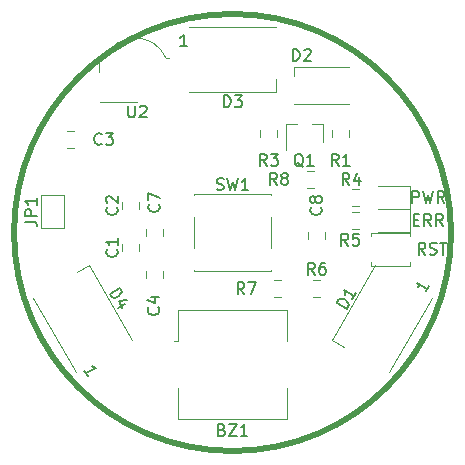
<source format=gbr>
G04 #@! TF.GenerationSoftware,KiCad,Pcbnew,5.0.2+dfsg1-1~bpo9+1*
G04 #@! TF.CreationDate,2019-05-22T13:48:08+02:00*
G04 #@! TF.ProjectId,MainDisk,4d61696e-4469-4736-9b2e-6b696361645f,rev?*
G04 #@! TF.SameCoordinates,Original*
G04 #@! TF.FileFunction,Legend,Top*
G04 #@! TF.FilePolarity,Positive*
%FSLAX46Y46*%
G04 Gerber Fmt 4.6, Leading zero omitted, Abs format (unit mm)*
G04 Created by KiCad (PCBNEW 5.0.2+dfsg1-1~bpo9+1) date Wed 22 May 2019 13:48:08 CEST*
%MOMM*%
%LPD*%
G01*
G04 APERTURE LIST*
%ADD10C,0.200000*%
%ADD11C,0.150000*%
%ADD12C,0.500000*%
%ADD13C,0.120000*%
G04 APERTURE END LIST*
D10*
X168717980Y-71724780D02*
X168384647Y-71248590D01*
X168146552Y-71724780D02*
X168146552Y-70724780D01*
X168527504Y-70724780D01*
X168622742Y-70772400D01*
X168670361Y-70820019D01*
X168717980Y-70915257D01*
X168717980Y-71058114D01*
X168670361Y-71153352D01*
X168622742Y-71200971D01*
X168527504Y-71248590D01*
X168146552Y-71248590D01*
X169098933Y-71677161D02*
X169241790Y-71724780D01*
X169479885Y-71724780D01*
X169575123Y-71677161D01*
X169622742Y-71629542D01*
X169670361Y-71534304D01*
X169670361Y-71439066D01*
X169622742Y-71343828D01*
X169575123Y-71296209D01*
X169479885Y-71248590D01*
X169289409Y-71200971D01*
X169194171Y-71153352D01*
X169146552Y-71105733D01*
X169098933Y-71010495D01*
X169098933Y-70915257D01*
X169146552Y-70820019D01*
X169194171Y-70772400D01*
X169289409Y-70724780D01*
X169527504Y-70724780D01*
X169670361Y-70772400D01*
X169956076Y-70724780D02*
X170527504Y-70724780D01*
X170241790Y-71724780D02*
X170241790Y-70724780D01*
X167746514Y-68762571D02*
X168079847Y-68762571D01*
X168222704Y-69286380D02*
X167746514Y-69286380D01*
X167746514Y-68286380D01*
X168222704Y-68286380D01*
X169222704Y-69286380D02*
X168889371Y-68810190D01*
X168651276Y-69286380D02*
X168651276Y-68286380D01*
X169032228Y-68286380D01*
X169127466Y-68334000D01*
X169175085Y-68381619D01*
X169222704Y-68476857D01*
X169222704Y-68619714D01*
X169175085Y-68714952D01*
X169127466Y-68762571D01*
X169032228Y-68810190D01*
X168651276Y-68810190D01*
X170222704Y-69286380D02*
X169889371Y-68810190D01*
X169651276Y-69286380D02*
X169651276Y-68286380D01*
X170032228Y-68286380D01*
X170127466Y-68334000D01*
X170175085Y-68381619D01*
X170222704Y-68476857D01*
X170222704Y-68619714D01*
X170175085Y-68714952D01*
X170127466Y-68762571D01*
X170032228Y-68810190D01*
X169651276Y-68810190D01*
D11*
X167627466Y-67355980D02*
X167627466Y-66355980D01*
X168008419Y-66355980D01*
X168103657Y-66403600D01*
X168151276Y-66451219D01*
X168198895Y-66546457D01*
X168198895Y-66689314D01*
X168151276Y-66784552D01*
X168103657Y-66832171D01*
X168008419Y-66879790D01*
X167627466Y-66879790D01*
X168532228Y-66355980D02*
X168770323Y-67355980D01*
X168960800Y-66641695D01*
X169151276Y-67355980D01*
X169389371Y-66355980D01*
X170341752Y-67355980D02*
X170008419Y-66879790D01*
X169770323Y-67355980D02*
X169770323Y-66355980D01*
X170151276Y-66355980D01*
X170246514Y-66403600D01*
X170294133Y-66451219D01*
X170341752Y-66546457D01*
X170341752Y-66689314D01*
X170294133Y-66784552D01*
X170246514Y-66832171D01*
X170151276Y-66879790D01*
X169770323Y-66879790D01*
D12*
X170900000Y-69850000D02*
G75*
G03X170900000Y-69850000I-18500000J0D01*
G01*
D13*
G04 #@! TO.C,BZ1*
X147790000Y-79066000D02*
X147790000Y-76416000D01*
X147790000Y-76416000D02*
X157010000Y-76416000D01*
X157010000Y-76416000D02*
X157010000Y-79066000D01*
X157010000Y-82986000D02*
X157010000Y-85636000D01*
X157010000Y-85636000D02*
X147790000Y-85636000D01*
X147790000Y-85636000D02*
X147790000Y-82986000D01*
X147790000Y-79066000D02*
X147460000Y-79066000D01*
G04 #@! TO.C,R8*
X158745422Y-64669600D02*
X159262578Y-64669600D01*
X158745422Y-66089600D02*
X159262578Y-66089600D01*
G04 #@! TO.C,R6*
X159253422Y-75335200D02*
X159770578Y-75335200D01*
X159253422Y-73915200D02*
X159770578Y-73915200D01*
G04 #@! TO.C,R7*
X156468578Y-75335200D02*
X155951422Y-75335200D01*
X156468578Y-73915200D02*
X155951422Y-73915200D01*
G04 #@! TO.C,SW3*
X167410400Y-70172400D02*
X167410400Y-69872400D01*
X167410400Y-69872400D02*
X164110400Y-69872400D01*
X164110400Y-69872400D02*
X164110400Y-70172400D01*
X167410400Y-72372400D02*
X167410400Y-72672400D01*
X167410400Y-72672400D02*
X164110400Y-72672400D01*
X164110400Y-72672400D02*
X164110400Y-72372400D01*
G04 #@! TO.C,D6*
X167420000Y-67874000D02*
X164735000Y-67874000D01*
X167420000Y-69794000D02*
X167420000Y-67874000D01*
X164735000Y-69794000D02*
X167420000Y-69794000D01*
G04 #@! TO.C,D5*
X164735000Y-67863600D02*
X167420000Y-67863600D01*
X167420000Y-67863600D02*
X167420000Y-65943600D01*
X167420000Y-65943600D02*
X164735000Y-65943600D01*
G04 #@! TO.C,R4*
X162555422Y-67613600D02*
X163072578Y-67613600D01*
X162555422Y-66193600D02*
X163072578Y-66193600D01*
G04 #@! TO.C,R5*
X162555422Y-68124000D02*
X163072578Y-68124000D01*
X162555422Y-69544000D02*
X163072578Y-69544000D01*
G04 #@! TO.C,R3*
X156158000Y-61726578D02*
X156158000Y-61209422D01*
X154738000Y-61726578D02*
X154738000Y-61209422D01*
G04 #@! TO.C,C8*
X158802000Y-69845422D02*
X158802000Y-70362578D01*
X160222000Y-69845422D02*
X160222000Y-70362578D01*
G04 #@! TO.C,C1*
X143054000Y-70861422D02*
X143054000Y-71378578D01*
X144474000Y-70861422D02*
X144474000Y-71378578D01*
G04 #@! TO.C,C2*
X143054000Y-67305422D02*
X143054000Y-67822578D01*
X144474000Y-67305422D02*
X144474000Y-67822578D01*
G04 #@! TO.C,JP1*
X138160000Y-66709001D02*
X138160000Y-69509001D01*
X138160000Y-69509001D02*
X136160000Y-69509001D01*
X136160000Y-69509001D02*
X136160000Y-66709001D01*
X136160000Y-66709001D02*
X138160000Y-66709001D01*
G04 #@! TO.C,C7*
X146506000Y-70108578D02*
X146506000Y-69591422D01*
X145086000Y-70108578D02*
X145086000Y-69591422D01*
G04 #@! TO.C,C3*
X138425422Y-62686000D02*
X138942578Y-62686000D01*
X138425422Y-61266000D02*
X138942578Y-61266000D01*
G04 #@! TO.C,C4*
X145086000Y-73147422D02*
X145086000Y-73664578D01*
X146506000Y-73147422D02*
X146506000Y-73664578D01*
G04 #@! TO.C,U2*
X146772000Y-55104000D02*
X146992000Y-55104000D01*
X146772000Y-55104000D02*
G75*
G03X141572000Y-55104000I-2600000J-1100000D01*
G01*
X141192000Y-58764000D02*
X144272000Y-58764000D01*
X141112000Y-55104000D02*
X141572000Y-55104000D01*
X141112000Y-55104000D02*
X141112000Y-56304000D01*
G04 #@! TO.C,Q1*
X160076000Y-60708000D02*
X160076000Y-62168000D01*
X156916000Y-60708000D02*
X156916000Y-62868000D01*
X156916000Y-60708000D02*
X157846000Y-60708000D01*
X160076000Y-60708000D02*
X159146000Y-60708000D01*
G04 #@! TO.C,R1*
X162254000Y-61726578D02*
X162254000Y-61209422D01*
X160834000Y-61726578D02*
X160834000Y-61209422D01*
G04 #@! TO.C,SW1*
X149170000Y-73080000D02*
X155630000Y-73080000D01*
X149170000Y-68550000D02*
X149170000Y-71150000D01*
X149170000Y-66620000D02*
X155630000Y-66620000D01*
X155630000Y-68550000D02*
X155630000Y-71150000D01*
X149170000Y-66650000D02*
X149170000Y-66620000D01*
X149170000Y-73080000D02*
X149170000Y-73050000D01*
X155630000Y-73080000D02*
X155630000Y-73050000D01*
X155630000Y-66620000D02*
X155630000Y-66650000D01*
G04 #@! TO.C,D2*
X157620000Y-55804000D02*
X157620000Y-56604000D01*
X162270000Y-55804000D02*
X157620000Y-55804000D01*
X162270000Y-59004000D02*
X157620000Y-59004000D01*
G04 #@! TO.C,D4*
X140256570Y-72629207D02*
X139260641Y-73204207D01*
X143906570Y-78951193D02*
X140256570Y-72629207D01*
X139143430Y-81701193D02*
X135493430Y-75379207D01*
G04 #@! TO.C,D3*
X156050000Y-57995000D02*
X156050000Y-56845000D01*
X148750000Y-57995000D02*
X156050000Y-57995000D01*
X148750000Y-52495000D02*
X156050000Y-52495000D01*
G04 #@! TO.C,D1*
X160842630Y-78951193D02*
X161838559Y-79526193D01*
X164492630Y-72629207D02*
X160842630Y-78951193D01*
X169255770Y-75379207D02*
X165605770Y-81701193D01*
G04 #@! TO.C,BZ1*
D11*
X151519047Y-86542571D02*
X151661904Y-86590190D01*
X151709523Y-86637809D01*
X151757142Y-86733047D01*
X151757142Y-86875904D01*
X151709523Y-86971142D01*
X151661904Y-87018761D01*
X151566666Y-87066380D01*
X151185714Y-87066380D01*
X151185714Y-86066380D01*
X151519047Y-86066380D01*
X151614285Y-86114000D01*
X151661904Y-86161619D01*
X151709523Y-86256857D01*
X151709523Y-86352095D01*
X151661904Y-86447333D01*
X151614285Y-86494952D01*
X151519047Y-86542571D01*
X151185714Y-86542571D01*
X152090476Y-86066380D02*
X152757142Y-86066380D01*
X152090476Y-87066380D01*
X152757142Y-87066380D01*
X153661904Y-87066380D02*
X153090476Y-87066380D01*
X153376190Y-87066380D02*
X153376190Y-86066380D01*
X153280952Y-86209238D01*
X153185714Y-86304476D01*
X153090476Y-86352095D01*
G04 #@! TO.C,R8*
X156144933Y-65831980D02*
X155811600Y-65355790D01*
X155573504Y-65831980D02*
X155573504Y-64831980D01*
X155954457Y-64831980D01*
X156049695Y-64879600D01*
X156097314Y-64927219D01*
X156144933Y-65022457D01*
X156144933Y-65165314D01*
X156097314Y-65260552D01*
X156049695Y-65308171D01*
X155954457Y-65355790D01*
X155573504Y-65355790D01*
X156716361Y-65260552D02*
X156621123Y-65212933D01*
X156573504Y-65165314D01*
X156525885Y-65070076D01*
X156525885Y-65022457D01*
X156573504Y-64927219D01*
X156621123Y-64879600D01*
X156716361Y-64831980D01*
X156906838Y-64831980D01*
X157002076Y-64879600D01*
X157049695Y-64927219D01*
X157097314Y-65022457D01*
X157097314Y-65070076D01*
X157049695Y-65165314D01*
X157002076Y-65212933D01*
X156906838Y-65260552D01*
X156716361Y-65260552D01*
X156621123Y-65308171D01*
X156573504Y-65355790D01*
X156525885Y-65451028D01*
X156525885Y-65641504D01*
X156573504Y-65736742D01*
X156621123Y-65784361D01*
X156716361Y-65831980D01*
X156906838Y-65831980D01*
X157002076Y-65784361D01*
X157049695Y-65736742D01*
X157097314Y-65641504D01*
X157097314Y-65451028D01*
X157049695Y-65355790D01*
X157002076Y-65308171D01*
X156906838Y-65260552D01*
G04 #@! TO.C,R6*
X159345333Y-73427580D02*
X159012000Y-72951390D01*
X158773904Y-73427580D02*
X158773904Y-72427580D01*
X159154857Y-72427580D01*
X159250095Y-72475200D01*
X159297714Y-72522819D01*
X159345333Y-72618057D01*
X159345333Y-72760914D01*
X159297714Y-72856152D01*
X159250095Y-72903771D01*
X159154857Y-72951390D01*
X158773904Y-72951390D01*
X160202476Y-72427580D02*
X160012000Y-72427580D01*
X159916761Y-72475200D01*
X159869142Y-72522819D01*
X159773904Y-72665676D01*
X159726285Y-72856152D01*
X159726285Y-73237104D01*
X159773904Y-73332342D01*
X159821523Y-73379961D01*
X159916761Y-73427580D01*
X160107238Y-73427580D01*
X160202476Y-73379961D01*
X160250095Y-73332342D01*
X160297714Y-73237104D01*
X160297714Y-72999009D01*
X160250095Y-72903771D01*
X160202476Y-72856152D01*
X160107238Y-72808533D01*
X159916761Y-72808533D01*
X159821523Y-72856152D01*
X159773904Y-72903771D01*
X159726285Y-72999009D01*
G04 #@! TO.C,R7*
X153401733Y-75077580D02*
X153068400Y-74601390D01*
X152830304Y-75077580D02*
X152830304Y-74077580D01*
X153211257Y-74077580D01*
X153306495Y-74125200D01*
X153354114Y-74172819D01*
X153401733Y-74268057D01*
X153401733Y-74410914D01*
X153354114Y-74506152D01*
X153306495Y-74553771D01*
X153211257Y-74601390D01*
X152830304Y-74601390D01*
X153735066Y-74077580D02*
X154401733Y-74077580D01*
X153973161Y-75077580D01*
G04 #@! TO.C,R4*
X162291733Y-65831980D02*
X161958400Y-65355790D01*
X161720304Y-65831980D02*
X161720304Y-64831980D01*
X162101257Y-64831980D01*
X162196495Y-64879600D01*
X162244114Y-64927219D01*
X162291733Y-65022457D01*
X162291733Y-65165314D01*
X162244114Y-65260552D01*
X162196495Y-65308171D01*
X162101257Y-65355790D01*
X161720304Y-65355790D01*
X163148876Y-65165314D02*
X163148876Y-65831980D01*
X162910780Y-64784361D02*
X162672685Y-65498647D01*
X163291733Y-65498647D01*
G04 #@! TO.C,R5*
X162190133Y-70962780D02*
X161856800Y-70486590D01*
X161618704Y-70962780D02*
X161618704Y-69962780D01*
X161999657Y-69962780D01*
X162094895Y-70010400D01*
X162142514Y-70058019D01*
X162190133Y-70153257D01*
X162190133Y-70296114D01*
X162142514Y-70391352D01*
X162094895Y-70438971D01*
X161999657Y-70486590D01*
X161618704Y-70486590D01*
X163094895Y-69962780D02*
X162618704Y-69962780D01*
X162571085Y-70438971D01*
X162618704Y-70391352D01*
X162713942Y-70343733D01*
X162952038Y-70343733D01*
X163047276Y-70391352D01*
X163094895Y-70438971D01*
X163142514Y-70534209D01*
X163142514Y-70772304D01*
X163094895Y-70867542D01*
X163047276Y-70915161D01*
X162952038Y-70962780D01*
X162713942Y-70962780D01*
X162618704Y-70915161D01*
X162571085Y-70867542D01*
G04 #@! TO.C,R3*
X155281333Y-64206380D02*
X154948000Y-63730190D01*
X154709904Y-64206380D02*
X154709904Y-63206380D01*
X155090857Y-63206380D01*
X155186095Y-63254000D01*
X155233714Y-63301619D01*
X155281333Y-63396857D01*
X155281333Y-63539714D01*
X155233714Y-63634952D01*
X155186095Y-63682571D01*
X155090857Y-63730190D01*
X154709904Y-63730190D01*
X155614666Y-63206380D02*
X156233714Y-63206380D01*
X155900380Y-63587333D01*
X156043238Y-63587333D01*
X156138476Y-63634952D01*
X156186095Y-63682571D01*
X156233714Y-63777809D01*
X156233714Y-64015904D01*
X156186095Y-64111142D01*
X156138476Y-64158761D01*
X156043238Y-64206380D01*
X155757523Y-64206380D01*
X155662285Y-64158761D01*
X155614666Y-64111142D01*
G04 #@! TO.C,C8*
X159869142Y-67730666D02*
X159916761Y-67778285D01*
X159964380Y-67921142D01*
X159964380Y-68016380D01*
X159916761Y-68159238D01*
X159821523Y-68254476D01*
X159726285Y-68302095D01*
X159535809Y-68349714D01*
X159392952Y-68349714D01*
X159202476Y-68302095D01*
X159107238Y-68254476D01*
X159012000Y-68159238D01*
X158964380Y-68016380D01*
X158964380Y-67921142D01*
X159012000Y-67778285D01*
X159059619Y-67730666D01*
X159392952Y-67159238D02*
X159345333Y-67254476D01*
X159297714Y-67302095D01*
X159202476Y-67349714D01*
X159154857Y-67349714D01*
X159059619Y-67302095D01*
X159012000Y-67254476D01*
X158964380Y-67159238D01*
X158964380Y-66968761D01*
X159012000Y-66873523D01*
X159059619Y-66825904D01*
X159154857Y-66778285D01*
X159202476Y-66778285D01*
X159297714Y-66825904D01*
X159345333Y-66873523D01*
X159392952Y-66968761D01*
X159392952Y-67159238D01*
X159440571Y-67254476D01*
X159488190Y-67302095D01*
X159583428Y-67349714D01*
X159773904Y-67349714D01*
X159869142Y-67302095D01*
X159916761Y-67254476D01*
X159964380Y-67159238D01*
X159964380Y-66968761D01*
X159916761Y-66873523D01*
X159869142Y-66825904D01*
X159773904Y-66778285D01*
X159583428Y-66778285D01*
X159488190Y-66825904D01*
X159440571Y-66873523D01*
X159392952Y-66968761D01*
G04 #@! TO.C,C1*
X142597142Y-71286666D02*
X142644761Y-71334285D01*
X142692380Y-71477142D01*
X142692380Y-71572380D01*
X142644761Y-71715238D01*
X142549523Y-71810476D01*
X142454285Y-71858095D01*
X142263809Y-71905714D01*
X142120952Y-71905714D01*
X141930476Y-71858095D01*
X141835238Y-71810476D01*
X141740000Y-71715238D01*
X141692380Y-71572380D01*
X141692380Y-71477142D01*
X141740000Y-71334285D01*
X141787619Y-71286666D01*
X142692380Y-70334285D02*
X142692380Y-70905714D01*
X142692380Y-70620000D02*
X141692380Y-70620000D01*
X141835238Y-70715238D01*
X141930476Y-70810476D01*
X141978095Y-70905714D01*
G04 #@! TO.C,C2*
X142597142Y-67730666D02*
X142644761Y-67778285D01*
X142692380Y-67921142D01*
X142692380Y-68016380D01*
X142644761Y-68159238D01*
X142549523Y-68254476D01*
X142454285Y-68302095D01*
X142263809Y-68349714D01*
X142120952Y-68349714D01*
X141930476Y-68302095D01*
X141835238Y-68254476D01*
X141740000Y-68159238D01*
X141692380Y-68016380D01*
X141692380Y-67921142D01*
X141740000Y-67778285D01*
X141787619Y-67730666D01*
X141787619Y-67349714D02*
X141740000Y-67302095D01*
X141692380Y-67206857D01*
X141692380Y-66968761D01*
X141740000Y-66873523D01*
X141787619Y-66825904D01*
X141882857Y-66778285D01*
X141978095Y-66778285D01*
X142120952Y-66825904D01*
X142692380Y-67397333D01*
X142692380Y-66778285D01*
G04 #@! TO.C,JP1*
X134834380Y-68942334D02*
X135548666Y-68942334D01*
X135691523Y-68989953D01*
X135786761Y-69085191D01*
X135834380Y-69228048D01*
X135834380Y-69323286D01*
X135834380Y-68466143D02*
X134834380Y-68466143D01*
X134834380Y-68085191D01*
X134882000Y-67989953D01*
X134929619Y-67942334D01*
X135024857Y-67894715D01*
X135167714Y-67894715D01*
X135262952Y-67942334D01*
X135310571Y-67989953D01*
X135358190Y-68085191D01*
X135358190Y-68466143D01*
X135834380Y-66942334D02*
X135834380Y-67513762D01*
X135834380Y-67228048D02*
X134834380Y-67228048D01*
X134977238Y-67323286D01*
X135072476Y-67418524D01*
X135120095Y-67513762D01*
G04 #@! TO.C,C7*
X146153142Y-67476666D02*
X146200761Y-67524285D01*
X146248380Y-67667142D01*
X146248380Y-67762380D01*
X146200761Y-67905238D01*
X146105523Y-68000476D01*
X146010285Y-68048095D01*
X145819809Y-68095714D01*
X145676952Y-68095714D01*
X145486476Y-68048095D01*
X145391238Y-68000476D01*
X145296000Y-67905238D01*
X145248380Y-67762380D01*
X145248380Y-67667142D01*
X145296000Y-67524285D01*
X145343619Y-67476666D01*
X145248380Y-67143333D02*
X145248380Y-66476666D01*
X146248380Y-66905238D01*
G04 #@! TO.C,C3*
X141311333Y-62333142D02*
X141263714Y-62380761D01*
X141120857Y-62428380D01*
X141025619Y-62428380D01*
X140882761Y-62380761D01*
X140787523Y-62285523D01*
X140739904Y-62190285D01*
X140692285Y-61999809D01*
X140692285Y-61856952D01*
X140739904Y-61666476D01*
X140787523Y-61571238D01*
X140882761Y-61476000D01*
X141025619Y-61428380D01*
X141120857Y-61428380D01*
X141263714Y-61476000D01*
X141311333Y-61523619D01*
X141644666Y-61428380D02*
X142263714Y-61428380D01*
X141930380Y-61809333D01*
X142073238Y-61809333D01*
X142168476Y-61856952D01*
X142216095Y-61904571D01*
X142263714Y-61999809D01*
X142263714Y-62237904D01*
X142216095Y-62333142D01*
X142168476Y-62380761D01*
X142073238Y-62428380D01*
X141787523Y-62428380D01*
X141692285Y-62380761D01*
X141644666Y-62333142D01*
G04 #@! TO.C,C4*
X146109994Y-76187400D02*
X146157613Y-76235019D01*
X146205232Y-76377876D01*
X146205232Y-76473114D01*
X146157613Y-76615972D01*
X146062375Y-76711210D01*
X145967137Y-76758829D01*
X145776661Y-76806448D01*
X145633804Y-76806448D01*
X145443328Y-76758829D01*
X145348090Y-76711210D01*
X145252852Y-76615972D01*
X145205232Y-76473114D01*
X145205232Y-76377876D01*
X145252852Y-76235019D01*
X145300471Y-76187400D01*
X145538566Y-75330257D02*
X146205232Y-75330257D01*
X145157613Y-75568353D02*
X145871899Y-75806448D01*
X145871899Y-75187400D01*
G04 #@! TO.C,U2*
X143550095Y-59106380D02*
X143550095Y-59915904D01*
X143597714Y-60011142D01*
X143645333Y-60058761D01*
X143740571Y-60106380D01*
X143931047Y-60106380D01*
X144026285Y-60058761D01*
X144073904Y-60011142D01*
X144121523Y-59915904D01*
X144121523Y-59106380D01*
X144550095Y-59201619D02*
X144597714Y-59154000D01*
X144692952Y-59106380D01*
X144931047Y-59106380D01*
X145026285Y-59154000D01*
X145073904Y-59201619D01*
X145121523Y-59296857D01*
X145121523Y-59392095D01*
X145073904Y-59534952D01*
X144502476Y-60106380D01*
X145121523Y-60106380D01*
G04 #@! TO.C,Q1*
X158375361Y-64301619D02*
X158280123Y-64254000D01*
X158184885Y-64158761D01*
X158042028Y-64015904D01*
X157946790Y-63968285D01*
X157851552Y-63968285D01*
X157899171Y-64206380D02*
X157803933Y-64158761D01*
X157708695Y-64063523D01*
X157661076Y-63873047D01*
X157661076Y-63539714D01*
X157708695Y-63349238D01*
X157803933Y-63254000D01*
X157899171Y-63206380D01*
X158089647Y-63206380D01*
X158184885Y-63254000D01*
X158280123Y-63349238D01*
X158327742Y-63539714D01*
X158327742Y-63873047D01*
X158280123Y-64063523D01*
X158184885Y-64158761D01*
X158089647Y-64206380D01*
X157899171Y-64206380D01*
X159280123Y-64206380D02*
X158708695Y-64206380D01*
X158994409Y-64206380D02*
X158994409Y-63206380D01*
X158899171Y-63349238D01*
X158803933Y-63444476D01*
X158708695Y-63492095D01*
G04 #@! TO.C,R1*
X161377333Y-64206380D02*
X161044000Y-63730190D01*
X160805904Y-64206380D02*
X160805904Y-63206380D01*
X161186857Y-63206380D01*
X161282095Y-63254000D01*
X161329714Y-63301619D01*
X161377333Y-63396857D01*
X161377333Y-63539714D01*
X161329714Y-63634952D01*
X161282095Y-63682571D01*
X161186857Y-63730190D01*
X160805904Y-63730190D01*
X162329714Y-64206380D02*
X161758285Y-64206380D01*
X162044000Y-64206380D02*
X162044000Y-63206380D01*
X161948761Y-63349238D01*
X161853523Y-63444476D01*
X161758285Y-63492095D01*
G04 #@! TO.C,SW1*
X151066666Y-66204761D02*
X151209523Y-66252380D01*
X151447619Y-66252380D01*
X151542857Y-66204761D01*
X151590476Y-66157142D01*
X151638095Y-66061904D01*
X151638095Y-65966666D01*
X151590476Y-65871428D01*
X151542857Y-65823809D01*
X151447619Y-65776190D01*
X151257142Y-65728571D01*
X151161904Y-65680952D01*
X151114285Y-65633333D01*
X151066666Y-65538095D01*
X151066666Y-65442857D01*
X151114285Y-65347619D01*
X151161904Y-65300000D01*
X151257142Y-65252380D01*
X151495238Y-65252380D01*
X151638095Y-65300000D01*
X151971428Y-65252380D02*
X152209523Y-66252380D01*
X152400000Y-65538095D01*
X152590476Y-66252380D01*
X152828571Y-65252380D01*
X153733333Y-66252380D02*
X153161904Y-66252380D01*
X153447619Y-66252380D02*
X153447619Y-65252380D01*
X153352380Y-65395238D01*
X153257142Y-65490476D01*
X153161904Y-65538095D01*
G04 #@! TO.C,D2*
X157503904Y-55316380D02*
X157503904Y-54316380D01*
X157742000Y-54316380D01*
X157884857Y-54364000D01*
X157980095Y-54459238D01*
X158027714Y-54554476D01*
X158075333Y-54744952D01*
X158075333Y-54887809D01*
X158027714Y-55078285D01*
X157980095Y-55173523D01*
X157884857Y-55268761D01*
X157742000Y-55316380D01*
X157503904Y-55316380D01*
X158456285Y-54411619D02*
X158503904Y-54364000D01*
X158599142Y-54316380D01*
X158837238Y-54316380D01*
X158932476Y-54364000D01*
X158980095Y-54411619D01*
X159027714Y-54506857D01*
X159027714Y-54602095D01*
X158980095Y-54744952D01*
X158408666Y-55316380D01*
X159027714Y-55316380D01*
G04 #@! TO.C,D4*
X141987178Y-75024981D02*
X142853204Y-74524981D01*
X142972252Y-74731177D01*
X143002441Y-74878705D01*
X142967581Y-75008802D01*
X142908912Y-75097661D01*
X142767764Y-75234138D01*
X142644047Y-75305567D01*
X142455280Y-75359565D01*
X142348992Y-75365945D01*
X142218894Y-75331086D01*
X142106226Y-75231177D01*
X141987178Y-75024981D01*
X143278814Y-75928827D02*
X142701464Y-76262160D01*
X143489681Y-75532154D02*
X142752044Y-75683100D01*
X143061568Y-76219211D01*
X140140442Y-82032831D02*
X139854728Y-81537959D01*
X139997585Y-81785395D02*
X140863611Y-81285395D01*
X140692274Y-81274345D01*
X140562176Y-81239485D01*
X140473318Y-81180816D01*
G04 #@! TO.C,D3*
X151661904Y-59253380D02*
X151661904Y-58253380D01*
X151900000Y-58253380D01*
X152042857Y-58301000D01*
X152138095Y-58396238D01*
X152185714Y-58491476D01*
X152233333Y-58681952D01*
X152233333Y-58824809D01*
X152185714Y-59015285D01*
X152138095Y-59110523D01*
X152042857Y-59205761D01*
X151900000Y-59253380D01*
X151661904Y-59253380D01*
X152566666Y-58253380D02*
X153185714Y-58253380D01*
X152852380Y-58634333D01*
X152995238Y-58634333D01*
X153090476Y-58681952D01*
X153138095Y-58729571D01*
X153185714Y-58824809D01*
X153185714Y-59062904D01*
X153138095Y-59158142D01*
X153090476Y-59205761D01*
X152995238Y-59253380D01*
X152709523Y-59253380D01*
X152614285Y-59205761D01*
X152566666Y-59158142D01*
X148535714Y-54097380D02*
X147964285Y-54097380D01*
X148250000Y-54097380D02*
X148250000Y-53097380D01*
X148154761Y-53240238D01*
X148059523Y-53335476D01*
X147964285Y-53383095D01*
G04 #@! TO.C,D1*
X162074725Y-76303399D02*
X161208700Y-75803399D01*
X161327747Y-75597203D01*
X161440415Y-75497294D01*
X161570513Y-75462435D01*
X161676801Y-75468814D01*
X161865568Y-75522813D01*
X161989286Y-75594242D01*
X162130434Y-75730719D01*
X162189103Y-75819578D01*
X162223962Y-75949675D01*
X162193773Y-76097203D01*
X162074725Y-76303399D01*
X162836630Y-74983741D02*
X162550916Y-75478613D01*
X162693773Y-75231177D02*
X161827747Y-74731177D01*
X161903846Y-74885084D01*
X161938706Y-75015182D01*
X161932326Y-75121470D01*
X169044471Y-74349949D02*
X168758757Y-74844821D01*
X168901614Y-74597385D02*
X168035588Y-74097385D01*
X168111687Y-74251292D01*
X168146547Y-74381390D01*
X168140167Y-74487678D01*
G04 #@! TD*
M02*

</source>
